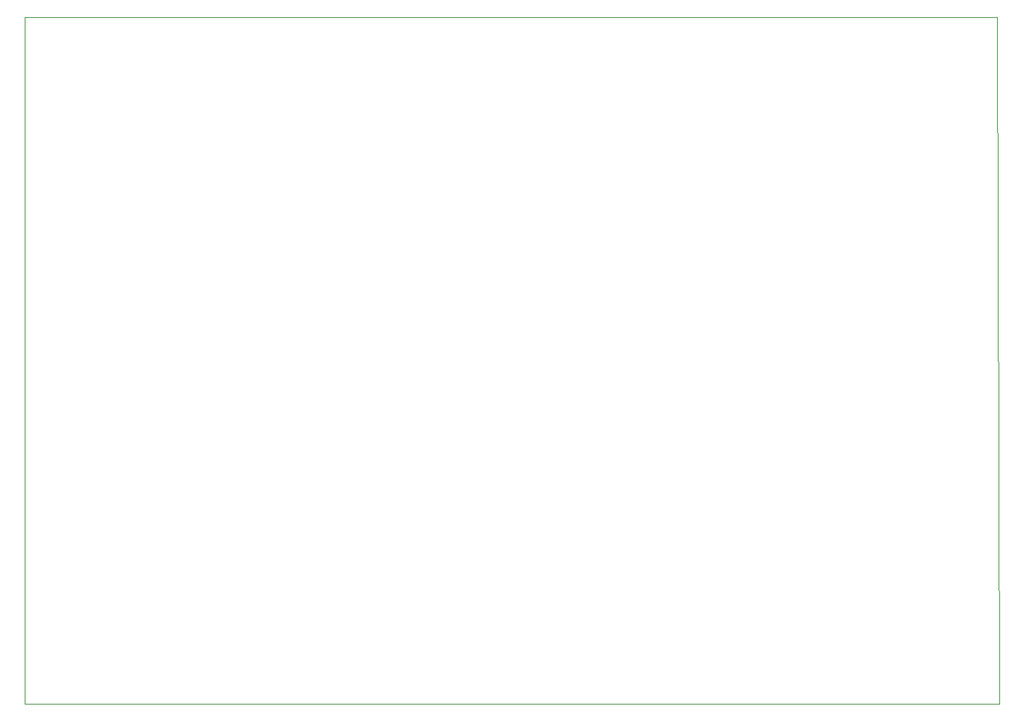
<source format=gbr>
%TF.GenerationSoftware,KiCad,Pcbnew,(5.1.6)-1*%
%TF.CreationDate,2021-02-28T15:35:06+06:00*%
%TF.ProjectId,STM32MCU + Buck Converter,53544d33-324d-4435-9520-2b204275636b,rev?*%
%TF.SameCoordinates,Original*%
%TF.FileFunction,Profile,NP*%
%FSLAX46Y46*%
G04 Gerber Fmt 4.6, Leading zero omitted, Abs format (unit mm)*
G04 Created by KiCad (PCBNEW (5.1.6)-1) date 2021-02-28 15:35:06*
%MOMM*%
%LPD*%
G01*
G04 APERTURE LIST*
%TA.AperFunction,Profile*%
%ADD10C,0.050000*%
%TD*%
G04 APERTURE END LIST*
D10*
X76200000Y-32512000D02*
X114808000Y-32512000D01*
X76200000Y-110236000D02*
X76200000Y-32512000D01*
X186436000Y-110236000D02*
X76200000Y-110236000D01*
X186182000Y-32512000D02*
X186436000Y-110236000D01*
X114808000Y-32512000D02*
X186182000Y-32512000D01*
M02*

</source>
